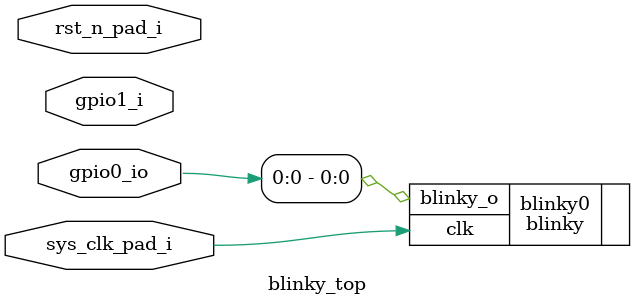
<source format=v>
module blinky_top (
   input       sys_clk_pad_i,
   input       rst_n_pad_i,

   inout [7:0] gpio0_io,
   input [3:0] gpio1_i
);

   blinky blinky0 (.clk(sys_clk_pad_i), .blinky_o(gpio0_io[0]));

endmodule

</source>
